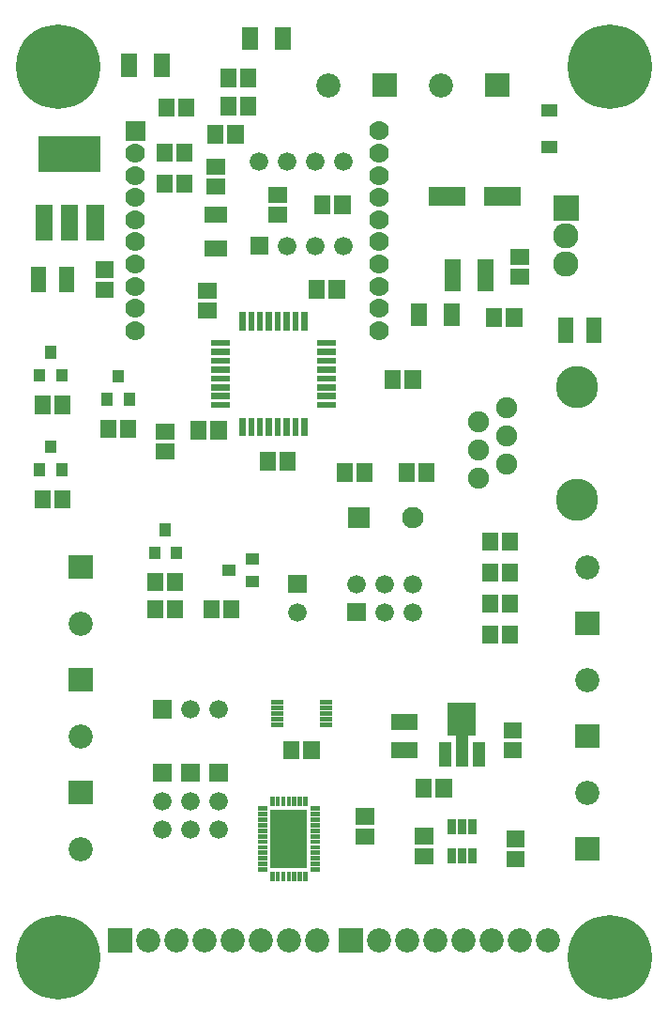
<source format=gbr>
G04 start of page 5 for group -4063 idx -4063 *
G04 Title: (unknown), componentmask *
G04 Creator: pcb 20110918 *
G04 CreationDate: Sat 02 Feb 2013 07:47:55 PM GMT UTC *
G04 For: petersen *
G04 Format: Gerber/RS-274X *
G04 PCB-Dimensions: 230000 350000 *
G04 PCB-Coordinate-Origin: lower left *
%MOIN*%
%FSLAX25Y25*%
%LNTOPMASK*%
%ADD104R,0.0304X0.0304*%
%ADD103R,0.1005X0.1005*%
%ADD102R,0.0438X0.0438*%
%ADD101R,0.0178X0.0178*%
%ADD100R,0.1300X0.1300*%
%ADD99R,0.0158X0.0158*%
%ADD98R,0.1280X0.1280*%
%ADD97R,0.0620X0.0620*%
%ADD96R,0.0217X0.0217*%
%ADD95R,0.0690X0.0690*%
%ADD94R,0.0420X0.0420*%
%ADD93R,0.0550X0.0550*%
%ADD92R,0.0400X0.0400*%
%ADD91R,0.0572X0.0572*%
%ADD90C,0.0900*%
%ADD89C,0.0700*%
%ADD88C,0.1500*%
%ADD87C,0.0750*%
%ADD86C,0.0760*%
%ADD85C,0.2997*%
%ADD84C,0.0660*%
%ADD83C,0.0860*%
%ADD82C,0.0001*%
G54D82*G36*
X20700Y79800D02*Y71200D01*
X29300D01*
Y79800D01*
X20700D01*
G37*
G54D83*X25000Y55500D03*
G54D82*G36*
X20700Y119800D02*Y111200D01*
X29300D01*
Y119800D01*
X20700D01*
G37*
G54D83*X25000Y95500D03*
G54D82*G36*
X50700Y85800D02*Y79200D01*
X57300D01*
Y85800D01*
X50700D01*
G37*
G54D84*X54000Y72500D03*
Y62500D03*
G54D82*G36*
X60700Y85800D02*Y79200D01*
X67300D01*
Y85800D01*
X60700D01*
G37*
G54D84*X64000Y72500D03*
Y62500D03*
G54D82*G36*
X70700Y85800D02*Y79200D01*
X77300D01*
Y85800D01*
X70700D01*
G37*
G54D84*X74000Y72500D03*
Y62500D03*
G54D82*G36*
X50700Y108300D02*Y101700D01*
X57300D01*
Y108300D01*
X50700D01*
G37*
G54D84*X64000Y105000D03*
X74000D03*
G54D82*G36*
X200700Y59800D02*Y51200D01*
X209300D01*
Y59800D01*
X200700D01*
G37*
G54D85*X213000Y17000D03*
G54D83*X181000Y23000D03*
X191000D03*
G54D82*G36*
X98700Y152800D02*Y146200D01*
X105300D01*
Y152800D01*
X98700D01*
G37*
G54D84*X123000Y149500D03*
X133000D03*
X143000D03*
X102000Y139500D03*
G54D82*G36*
X119700Y142800D02*Y136200D01*
X126300D01*
Y142800D01*
X119700D01*
G37*
G54D84*X133000Y139500D03*
X143000D03*
G54D82*G36*
X116700Y27300D02*Y18700D01*
X125300D01*
Y27300D01*
X116700D01*
G37*
G54D83*X131000Y23000D03*
X141000D03*
X151000D03*
X161000D03*
X171000D03*
X99000D03*
X109000D03*
G54D85*X17000Y17000D03*
G54D82*G36*
X34700Y27300D02*Y18700D01*
X43300D01*
Y27300D01*
X34700D01*
G37*
G54D83*X49000Y23000D03*
X59000D03*
X69000D03*
X79000D03*
X89000D03*
G54D82*G36*
X20700Y159800D02*Y151200D01*
X29300D01*
Y159800D01*
X20700D01*
G37*
G54D83*X25000Y135500D03*
X205000Y75500D03*
G54D82*G36*
X200700Y99800D02*Y91200D01*
X209300D01*
Y99800D01*
X200700D01*
G37*
G54D83*X205000Y115500D03*
G54D82*G36*
X200700Y139800D02*Y131200D01*
X209300D01*
Y139800D01*
X200700D01*
G37*
G54D83*X205000Y155500D03*
G54D82*G36*
X120094Y176800D02*Y169200D01*
X127694D01*
Y176800D01*
X120094D01*
G37*
G54D86*X143106Y173000D03*
G54D87*X166500Y187000D03*
G54D88*X201500Y179500D03*
G54D87*X176500Y192000D03*
Y202000D03*
Y212000D03*
G54D88*X201500Y219500D03*
G54D87*X166500Y197000D03*
Y207000D03*
G54D82*G36*
X40886Y313748D02*Y306748D01*
X47886D01*
Y313748D01*
X40886D01*
G37*
G54D89*X44386Y302374D03*
Y294500D03*
Y286626D03*
Y278752D03*
Y270878D03*
Y263004D03*
Y255130D03*
Y247256D03*
Y239382D03*
G54D85*X17000Y333000D03*
G54D82*G36*
X128700Y330800D02*Y322200D01*
X137300D01*
Y330800D01*
X128700D01*
G37*
G54D83*X113000Y326500D03*
G54D82*G36*
X85200Y272800D02*Y266200D01*
X91800D01*
Y272800D01*
X85200D01*
G37*
G54D84*X98500Y269500D03*
X108500D03*
X118500D03*
G54D89*X131000Y310248D03*
Y302374D03*
Y294500D03*
Y286626D03*
G54D84*X118500Y299500D03*
X108500D03*
X98500D03*
X88500D03*
G54D89*X131000Y278752D03*
Y270878D03*
G54D90*X197500Y263000D03*
Y273000D03*
G54D82*G36*
X193000Y287500D02*Y278500D01*
X202000D01*
Y287500D01*
X193000D01*
G37*
G54D89*X131000Y263004D03*
Y255130D03*
Y247256D03*
Y239382D03*
G54D85*X213000Y333000D03*
G54D82*G36*
X168700Y330800D02*Y322200D01*
X177300D01*
Y330800D01*
X168700D01*
G37*
G54D83*X153000Y326500D03*
G54D91*X170457Y164893D02*Y164107D01*
Y153893D02*Y153107D01*
X177543Y153893D02*Y153107D01*
G54D92*X85700Y150500D02*X86300D01*
X85700Y158300D02*X86300D01*
X77500Y154400D02*X78100D01*
G54D91*X98543Y193393D02*Y192607D01*
X91457Y193393D02*Y192607D01*
X78543Y140893D02*Y140107D01*
X147937Y189393D02*Y188607D01*
X140851Y189393D02*Y188607D01*
X157095Y261755D02*Y256245D01*
X145095Y246181D02*Y243819D01*
X156905Y246181D02*Y243819D01*
X143043Y222393D02*Y221607D01*
X135957Y222393D02*Y221607D01*
X171957Y244393D02*Y243607D01*
X108957Y254393D02*Y253607D01*
X116043Y254393D02*Y253607D01*
X179043Y244393D02*Y243607D01*
G54D93*X197405Y241300D02*Y237700D01*
X207405Y241300D02*Y237700D01*
G54D91*X180607Y258457D02*X181393D01*
X180607Y265543D02*X181393D01*
G54D94*X190900Y304600D02*X192100D01*
X190900Y317500D02*X192100D01*
G54D95*X171693Y287000D02*X177992D01*
G54D91*X168905Y261755D02*Y256245D01*
G54D95*X152008Y287000D02*X158307D01*
G54D91*X18543Y179893D02*Y179107D01*
X11457Y179893D02*Y179107D01*
G54D92*X10500Y190300D02*Y189700D01*
X18300Y190300D02*Y189700D01*
X14400Y198500D02*Y197900D01*
G54D91*X41843Y204893D02*Y204107D01*
X34757Y204893D02*Y204107D01*
X118808Y189393D02*Y188607D01*
X125894Y189393D02*Y188607D01*
G54D96*X98225Y207434D02*Y203008D01*
X101374Y207434D02*Y203008D01*
X104524Y207434D02*Y203008D01*
X82477Y207434D02*Y203008D01*
X85626Y207434D02*Y203008D01*
X88776Y207434D02*Y203008D01*
X91925Y207434D02*Y203008D01*
X95075Y207434D02*Y203008D01*
X110066Y212977D02*X114492D01*
X110066Y216126D02*X114492D01*
X110066Y219276D02*X114492D01*
X110066Y222425D02*X114492D01*
X110066Y225575D02*X114492D01*
G54D91*X51457Y140893D02*Y140107D01*
X51557Y150593D02*Y149807D01*
X58543Y140893D02*Y140107D01*
X58643Y150593D02*Y149807D01*
X71457Y140893D02*Y140107D01*
G54D92*X51200Y160800D02*Y160200D01*
X55100Y169000D02*Y168400D01*
X59000Y160800D02*Y160200D01*
G54D91*X54607Y203543D02*X55393D01*
X54607Y196457D02*X55393D01*
X66957Y204393D02*Y203607D01*
X74043Y204393D02*Y203607D01*
G54D96*X110066Y228725D02*X114492D01*
X110066Y231874D02*X114492D01*
X110066Y235024D02*X114492D01*
X104523Y244992D02*Y240566D01*
X101374Y244992D02*Y240566D01*
X98224Y244992D02*Y240566D01*
X95075Y244992D02*Y240566D01*
X91925Y244992D02*Y240566D01*
X72508Y235023D02*X76934D01*
X72508Y231874D02*X76934D01*
X72508Y228724D02*X76934D01*
X72508Y225575D02*X76934D01*
X72508Y222425D02*X76934D01*
X72508Y219275D02*X76934D01*
X72508Y216126D02*X76934D01*
X72508Y212976D02*X76934D01*
G54D91*X110957Y284393D02*Y283607D01*
X118043Y284393D02*Y283607D01*
X94607Y280414D02*X95393D01*
X94607Y287500D02*X95393D01*
G54D96*X88775Y244992D02*Y240566D01*
X85626Y244992D02*Y240566D01*
X82476Y244992D02*Y240566D01*
G54D91*X69650Y246457D02*X70436D01*
X69650Y253543D02*X70436D01*
X72607Y290457D02*X73393D01*
X72607Y297543D02*X73393D01*
X71819Y268595D02*X74181D01*
X71819Y280405D02*X74181D01*
X72957Y309393D02*Y308607D01*
X54914Y291893D02*Y291107D01*
X62000Y291893D02*Y291107D01*
X54914Y302893D02*Y302107D01*
X62000Y302893D02*Y302107D01*
X84543Y319393D02*Y318607D01*
X80043Y309393D02*Y308607D01*
X85095Y344181D02*Y341819D01*
X84543Y329393D02*Y328607D01*
X77457Y329393D02*Y328607D01*
G54D92*X10500Y223800D02*Y223200D01*
X14400Y232000D02*Y231400D01*
G54D93*X10000Y259300D02*Y255700D01*
G54D91*X11457Y213393D02*Y212607D01*
G54D92*X18300Y223800D02*Y223200D01*
G54D93*X20000Y259300D02*Y255700D01*
G54D91*X18543Y213393D02*Y212607D01*
X33107Y261043D02*X33893D01*
X33107Y253957D02*X33893D01*
G54D92*X34500Y215300D02*Y214700D01*
X42300Y215300D02*Y214700D01*
X38400Y223500D02*Y222900D01*
G54D97*X12000Y280900D02*Y274300D01*
X21000Y280900D02*Y274300D01*
G54D98*X16500Y302000D02*X25500D01*
G54D97*X30100Y280900D02*Y274300D01*
G54D91*X62543Y318893D02*Y318107D01*
X55457Y318893D02*Y318107D01*
X77457Y319393D02*Y318607D01*
X53905Y334681D02*Y332319D01*
X96905Y344181D02*Y341819D01*
X42095Y334681D02*Y332319D01*
X177543Y164893D02*Y164107D01*
X170414Y131893D02*Y131107D01*
X170457Y142893D02*Y142107D01*
X177500Y131893D02*Y131107D01*
X177543Y142893D02*Y142107D01*
G54D99*X88665Y69827D02*X90437D01*
X88665Y67858D02*X90437D01*
X88665Y65890D02*X90437D01*
X88665Y63921D02*X90437D01*
X88665Y61953D02*X90437D01*
X88665Y59984D02*X90437D01*
X88665Y58016D02*X90437D01*
X88665Y56047D02*X90437D01*
X88665Y54079D02*X90437D01*
X88665Y52110D02*X90437D01*
X88665Y50142D02*X90437D01*
X88665Y48173D02*X90437D01*
X93094Y46500D02*Y44728D01*
X95063Y46500D02*Y44728D01*
X97031Y46500D02*Y44728D01*
X99000Y46500D02*Y44728D01*
X100969Y46500D02*Y44728D01*
X102937Y46500D02*Y44728D01*
X104906Y46500D02*Y44728D01*
X107563Y48173D02*X109335D01*
X107563Y50142D02*X109335D01*
X107563Y52110D02*X109335D01*
X107563Y54079D02*X109335D01*
X107563Y56047D02*X109335D01*
G54D91*X125607Y59957D02*X126393D01*
X125607Y67043D02*X126393D01*
G54D99*X107563Y58016D02*X109335D01*
X107563Y59984D02*X109335D01*
X107563Y61953D02*X109335D01*
X107563Y63921D02*X109335D01*
X107563Y65890D02*X109335D01*
X107563Y67858D02*X109335D01*
X107563Y69827D02*X109335D01*
X104906Y73272D02*Y71500D01*
X102937Y73272D02*Y71500D01*
X99000Y73272D02*Y71500D01*
X97031Y73272D02*Y71500D01*
X95063Y73272D02*Y71500D01*
X93094Y73272D02*Y71500D01*
G54D100*X99000Y62938D02*Y55062D01*
G54D99*X100969Y73272D02*Y71500D01*
G54D101*X93461Y107436D02*X96217D01*
X93461Y105468D02*X96217D01*
X93461Y103500D02*X96217D01*
X93461Y101532D02*X96217D01*
X93461Y99564D02*X96217D01*
G54D91*X107043Y90893D02*Y90107D01*
X99957Y90893D02*Y90107D01*
G54D101*X110783Y99564D02*X113539D01*
X110783Y101532D02*X113539D01*
X110783Y103500D02*X113539D01*
X110783Y105468D02*X113539D01*
X110783Y107436D02*X113539D01*
G54D102*X154594Y91105D02*Y87011D01*
X160500Y98821D02*Y87011D01*
G54D103*Y102445D02*Y100555D01*
G54D102*X166406Y91105D02*Y87011D01*
G54D91*X178107Y97586D02*X178893D01*
G54D93*X138200Y90500D02*X141800D01*
X138200Y100500D02*X141800D01*
G54D91*X146957Y77393D02*Y76607D01*
X154043Y77393D02*Y76607D01*
X178107Y90500D02*X178893D01*
X179107Y51957D02*X179893D01*
X179107Y59043D02*X179893D01*
G54D104*X164240Y64497D02*Y62134D01*
X160500Y64497D02*Y62134D01*
X156760Y64497D02*Y62134D01*
X160500Y54182D02*Y51819D01*
X164240Y54182D02*Y51819D01*
X156760Y54182D02*Y51819D01*
G54D91*X146607Y52957D02*X147393D01*
X146607Y60043D02*X147393D01*
M02*

</source>
